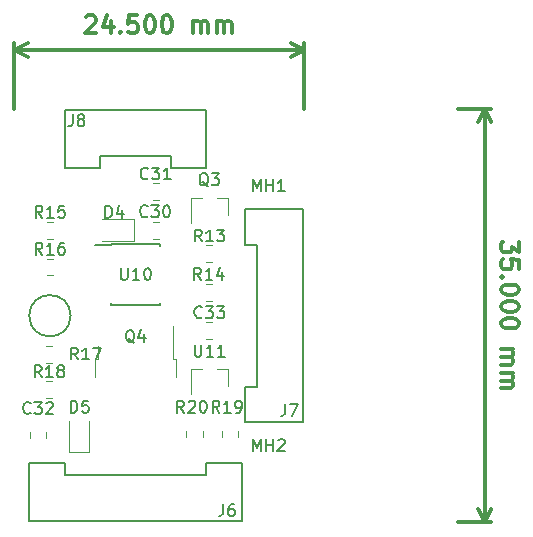
<source format=gbr>
G04 #@! TF.GenerationSoftware,KiCad,Pcbnew,(5.0.2)-1*
G04 #@! TF.CreationDate,2019-03-20T21:28:47-05:00*
G04 #@! TF.ProjectId,Contactor,436f6e74-6163-4746-9f72-2e6b69636164,rev?*
G04 #@! TF.SameCoordinates,Original*
G04 #@! TF.FileFunction,Legend,Top*
G04 #@! TF.FilePolarity,Positive*
%FSLAX46Y46*%
G04 Gerber Fmt 4.6, Leading zero omitted, Abs format (unit mm)*
G04 Created by KiCad (PCBNEW (5.0.2)-1) date 3/20/2019 9:28:47 PM*
%MOMM*%
%LPD*%
G01*
G04 APERTURE LIST*
%ADD10C,0.300000*%
%ADD11C,0.150000*%
%ADD12C,0.120000*%
G04 APERTURE END LIST*
D10*
X157285714Y-89721428D02*
X157357142Y-89650000D01*
X157500000Y-89578571D01*
X157857142Y-89578571D01*
X158000000Y-89650000D01*
X158071428Y-89721428D01*
X158142857Y-89864285D01*
X158142857Y-90007142D01*
X158071428Y-90221428D01*
X157214285Y-91078571D01*
X158142857Y-91078571D01*
X159428571Y-90078571D02*
X159428571Y-91078571D01*
X159071428Y-89507142D02*
X158714285Y-90578571D01*
X159642857Y-90578571D01*
X160214285Y-90935714D02*
X160285714Y-91007142D01*
X160214285Y-91078571D01*
X160142857Y-91007142D01*
X160214285Y-90935714D01*
X160214285Y-91078571D01*
X161642857Y-89578571D02*
X160928571Y-89578571D01*
X160857142Y-90292857D01*
X160928571Y-90221428D01*
X161071428Y-90150000D01*
X161428571Y-90150000D01*
X161571428Y-90221428D01*
X161642857Y-90292857D01*
X161714285Y-90435714D01*
X161714285Y-90792857D01*
X161642857Y-90935714D01*
X161571428Y-91007142D01*
X161428571Y-91078571D01*
X161071428Y-91078571D01*
X160928571Y-91007142D01*
X160857142Y-90935714D01*
X162642857Y-89578571D02*
X162785714Y-89578571D01*
X162928571Y-89650000D01*
X163000000Y-89721428D01*
X163071428Y-89864285D01*
X163142857Y-90150000D01*
X163142857Y-90507142D01*
X163071428Y-90792857D01*
X163000000Y-90935714D01*
X162928571Y-91007142D01*
X162785714Y-91078571D01*
X162642857Y-91078571D01*
X162500000Y-91007142D01*
X162428571Y-90935714D01*
X162357142Y-90792857D01*
X162285714Y-90507142D01*
X162285714Y-90150000D01*
X162357142Y-89864285D01*
X162428571Y-89721428D01*
X162500000Y-89650000D01*
X162642857Y-89578571D01*
X164071428Y-89578571D02*
X164214285Y-89578571D01*
X164357142Y-89650000D01*
X164428571Y-89721428D01*
X164500000Y-89864285D01*
X164571428Y-90150000D01*
X164571428Y-90507142D01*
X164500000Y-90792857D01*
X164428571Y-90935714D01*
X164357142Y-91007142D01*
X164214285Y-91078571D01*
X164071428Y-91078571D01*
X163928571Y-91007142D01*
X163857142Y-90935714D01*
X163785714Y-90792857D01*
X163714285Y-90507142D01*
X163714285Y-90150000D01*
X163785714Y-89864285D01*
X163857142Y-89721428D01*
X163928571Y-89650000D01*
X164071428Y-89578571D01*
X166357142Y-91078571D02*
X166357142Y-90078571D01*
X166357142Y-90221428D02*
X166428571Y-90150000D01*
X166571428Y-90078571D01*
X166785714Y-90078571D01*
X166928571Y-90150000D01*
X167000000Y-90292857D01*
X167000000Y-91078571D01*
X167000000Y-90292857D02*
X167071428Y-90150000D01*
X167214285Y-90078571D01*
X167428571Y-90078571D01*
X167571428Y-90150000D01*
X167642857Y-90292857D01*
X167642857Y-91078571D01*
X168357142Y-91078571D02*
X168357142Y-90078571D01*
X168357142Y-90221428D02*
X168428571Y-90150000D01*
X168571428Y-90078571D01*
X168785714Y-90078571D01*
X168928571Y-90150000D01*
X169000000Y-90292857D01*
X169000000Y-91078571D01*
X169000000Y-90292857D02*
X169071428Y-90150000D01*
X169214285Y-90078571D01*
X169428571Y-90078571D01*
X169571428Y-90150000D01*
X169642857Y-90292857D01*
X169642857Y-91078571D01*
X151250000Y-92500000D02*
X175750000Y-92500000D01*
X151250000Y-97500000D02*
X151250000Y-91913579D01*
X175750000Y-97500000D02*
X175750000Y-91913579D01*
X175750000Y-92500000D02*
X174623496Y-93086421D01*
X175750000Y-92500000D02*
X174623496Y-91913579D01*
X151250000Y-92500000D02*
X152376504Y-93086421D01*
X151250000Y-92500000D02*
X152376504Y-91913579D01*
X193967402Y-108714285D02*
X193967402Y-109642857D01*
X193395974Y-109142857D01*
X193395974Y-109357142D01*
X193324545Y-109500000D01*
X193253116Y-109571428D01*
X193110259Y-109642857D01*
X192753116Y-109642857D01*
X192610259Y-109571428D01*
X192538831Y-109500000D01*
X192467402Y-109357142D01*
X192467402Y-108928571D01*
X192538831Y-108785714D01*
X192610259Y-108714285D01*
X193967402Y-111000000D02*
X193967402Y-110285714D01*
X193253116Y-110214285D01*
X193324545Y-110285714D01*
X193395974Y-110428571D01*
X193395974Y-110785714D01*
X193324545Y-110928571D01*
X193253116Y-111000000D01*
X193110259Y-111071428D01*
X192753116Y-111071428D01*
X192610259Y-111000000D01*
X192538831Y-110928571D01*
X192467402Y-110785714D01*
X192467402Y-110428571D01*
X192538831Y-110285714D01*
X192610259Y-110214285D01*
X192610259Y-111714285D02*
X192538831Y-111785714D01*
X192467402Y-111714285D01*
X192538831Y-111642857D01*
X192610259Y-111714285D01*
X192467402Y-111714285D01*
X193967402Y-112714285D02*
X193967402Y-112857142D01*
X193895974Y-113000000D01*
X193824545Y-113071428D01*
X193681688Y-113142857D01*
X193395974Y-113214285D01*
X193038831Y-113214285D01*
X192753116Y-113142857D01*
X192610259Y-113071428D01*
X192538831Y-113000000D01*
X192467402Y-112857142D01*
X192467402Y-112714285D01*
X192538831Y-112571428D01*
X192610259Y-112500000D01*
X192753116Y-112428571D01*
X193038831Y-112357142D01*
X193395974Y-112357142D01*
X193681688Y-112428571D01*
X193824545Y-112500000D01*
X193895974Y-112571428D01*
X193967402Y-112714285D01*
X193967402Y-114142857D02*
X193967402Y-114285714D01*
X193895974Y-114428571D01*
X193824545Y-114500000D01*
X193681688Y-114571428D01*
X193395974Y-114642857D01*
X193038831Y-114642857D01*
X192753116Y-114571428D01*
X192610259Y-114500000D01*
X192538831Y-114428571D01*
X192467402Y-114285714D01*
X192467402Y-114142857D01*
X192538831Y-114000000D01*
X192610259Y-113928571D01*
X192753116Y-113857142D01*
X193038831Y-113785714D01*
X193395974Y-113785714D01*
X193681688Y-113857142D01*
X193824545Y-113928571D01*
X193895974Y-114000000D01*
X193967402Y-114142857D01*
X193967402Y-115571428D02*
X193967402Y-115714285D01*
X193895974Y-115857142D01*
X193824545Y-115928571D01*
X193681688Y-116000000D01*
X193395974Y-116071428D01*
X193038831Y-116071428D01*
X192753116Y-116000000D01*
X192610259Y-115928571D01*
X192538831Y-115857142D01*
X192467402Y-115714285D01*
X192467402Y-115571428D01*
X192538831Y-115428571D01*
X192610259Y-115357142D01*
X192753116Y-115285714D01*
X193038831Y-115214285D01*
X193395974Y-115214285D01*
X193681688Y-115285714D01*
X193824545Y-115357142D01*
X193895974Y-115428571D01*
X193967402Y-115571428D01*
X192467402Y-117857142D02*
X193467402Y-117857142D01*
X193324545Y-117857142D02*
X193395974Y-117928571D01*
X193467402Y-118071428D01*
X193467402Y-118285714D01*
X193395974Y-118428571D01*
X193253116Y-118500000D01*
X192467402Y-118500000D01*
X193253116Y-118500000D02*
X193395974Y-118571428D01*
X193467402Y-118714285D01*
X193467402Y-118928571D01*
X193395974Y-119071428D01*
X193253116Y-119142857D01*
X192467402Y-119142857D01*
X192467402Y-119857142D02*
X193467402Y-119857142D01*
X193324545Y-119857142D02*
X193395974Y-119928571D01*
X193467402Y-120071428D01*
X193467402Y-120285714D01*
X193395974Y-120428571D01*
X193253116Y-120500000D01*
X192467402Y-120500000D01*
X193253116Y-120500000D02*
X193395974Y-120571428D01*
X193467402Y-120714285D01*
X193467402Y-120928571D01*
X193395974Y-121071428D01*
X193253116Y-121142857D01*
X192467402Y-121142857D01*
X191045974Y-97500000D02*
X191045974Y-132500000D01*
X188795974Y-97500000D02*
X191632395Y-97500000D01*
X188795974Y-132500000D02*
X191632395Y-132500000D01*
X191045974Y-132500000D02*
X190459553Y-131373496D01*
X191045974Y-132500000D02*
X191632395Y-131373496D01*
X191045974Y-97500000D02*
X190459553Y-98626504D01*
X191045974Y-97500000D02*
X191632395Y-98626504D01*
D11*
G04 #@! TO.C,U10*
X159425000Y-108975000D02*
X158025000Y-108975000D01*
X159425000Y-114075000D02*
X163575000Y-114075000D01*
X159425000Y-108925000D02*
X163575000Y-108925000D01*
X159425000Y-114075000D02*
X159425000Y-113930000D01*
X163575000Y-114075000D02*
X163575000Y-113930000D01*
X163575000Y-108925000D02*
X163575000Y-109070000D01*
X159425000Y-108925000D02*
X159425000Y-108975000D01*
D12*
G04 #@! TO.C,C30*
X163521078Y-108460000D02*
X163003922Y-108460000D01*
X163521078Y-107040000D02*
X163003922Y-107040000D01*
G04 #@! TO.C,C31*
X163521078Y-103790000D02*
X163003922Y-103790000D01*
X163521078Y-105210000D02*
X163003922Y-105210000D01*
G04 #@! TO.C,C32*
X153960000Y-124853922D02*
X153960000Y-125371078D01*
X152540000Y-124853922D02*
X152540000Y-125371078D01*
G04 #@! TO.C,C33*
X168008578Y-115540000D02*
X167491422Y-115540000D01*
X168008578Y-116960000D02*
X167491422Y-116960000D01*
G04 #@! TO.C,D4*
X158687500Y-108710000D02*
X161372500Y-108710000D01*
X161372500Y-108710000D02*
X161372500Y-106790000D01*
X161372500Y-106790000D02*
X158687500Y-106790000D01*
G04 #@! TO.C,D5*
X155900000Y-126500000D02*
X157600000Y-126500000D01*
X157600000Y-126500000D02*
X157600000Y-123950000D01*
X155900000Y-126500000D02*
X155900000Y-123950000D01*
D11*
G04 #@! TO.C,J6*
X152500000Y-127500000D02*
X155500000Y-127500000D01*
X155500000Y-127500000D02*
X155500000Y-128500000D01*
X155500000Y-128500000D02*
X167500000Y-128500000D01*
X167500000Y-128500000D02*
X167500000Y-127500000D01*
X167500000Y-127500000D02*
X170500000Y-127500000D01*
X170500000Y-127500000D02*
X170500000Y-132400000D01*
X170500000Y-132400000D02*
X152500000Y-132400000D01*
X152500000Y-132400000D02*
X152500000Y-127500000D01*
D12*
G04 #@! TO.C,Q3*
X169342500Y-104990000D02*
X169342500Y-106450000D01*
X166182500Y-104990000D02*
X166182500Y-107150000D01*
X166182500Y-104990000D02*
X167112500Y-104990000D01*
X169342500Y-104990000D02*
X168412500Y-104990000D01*
G04 #@! TO.C,Q4*
X164950000Y-120180000D02*
X164950000Y-118680000D01*
X164950000Y-118680000D02*
X164680000Y-118680000D01*
X164680000Y-118680000D02*
X164680000Y-115850000D01*
X158050000Y-120180000D02*
X158050000Y-118680000D01*
X158050000Y-118680000D02*
X158320000Y-118680000D01*
X158320000Y-118680000D02*
X158320000Y-117580000D01*
G04 #@! TO.C,R13*
X167491422Y-109040000D02*
X168008578Y-109040000D01*
X167491422Y-110460000D02*
X168008578Y-110460000D01*
G04 #@! TO.C,R14*
X167946078Y-112290000D02*
X167428922Y-112290000D01*
X167946078Y-113710000D02*
X167428922Y-113710000D01*
G04 #@! TO.C,R15*
X153991422Y-107040000D02*
X154508578Y-107040000D01*
X153991422Y-108460000D02*
X154508578Y-108460000D01*
G04 #@! TO.C,R16*
X154508578Y-111580000D02*
X153991422Y-111580000D01*
X154508578Y-110160000D02*
X153991422Y-110160000D01*
G04 #@! TO.C,R17*
X154446078Y-117540000D02*
X153928922Y-117540000D01*
X154446078Y-118960000D02*
X153928922Y-118960000D01*
G04 #@! TO.C,R18*
X154446078Y-121960000D02*
X153928922Y-121960000D01*
X154446078Y-120540000D02*
X153928922Y-120540000D01*
G04 #@! TO.C,R19*
X170209202Y-125301408D02*
X170209202Y-124784252D01*
X168789202Y-125301408D02*
X168789202Y-124784252D01*
G04 #@! TO.C,R20*
X165790000Y-124784252D02*
X165790000Y-125301408D01*
X167210000Y-124784252D02*
X167210000Y-125301408D01*
D11*
G04 #@! TO.C,TP13*
X156000000Y-115000000D02*
G75*
G03X156000000Y-115000000I-1750000J0D01*
G01*
D12*
G04 #@! TO.C,U11*
X169330000Y-119490000D02*
X168400000Y-119490000D01*
X166170000Y-119490000D02*
X167100000Y-119490000D01*
X166170000Y-119490000D02*
X166170000Y-121650000D01*
X169330000Y-119490000D02*
X169330000Y-120950000D01*
D11*
G04 #@! TO.C,J7*
X175650000Y-124000000D02*
X170750000Y-124000000D01*
X175650000Y-106000000D02*
X175650000Y-124000000D01*
X170750000Y-106000000D02*
X175650000Y-106000000D01*
X170750000Y-109000000D02*
X170750000Y-106000000D01*
X171750000Y-109000000D02*
X170750000Y-109000000D01*
X171750000Y-121000000D02*
X171750000Y-109000000D01*
X170750000Y-121000000D02*
X171750000Y-121000000D01*
X170750000Y-124000000D02*
X170750000Y-121000000D01*
G04 #@! TO.C,J8*
X167500000Y-97600000D02*
X167500000Y-102500000D01*
X155500000Y-97600000D02*
X167500000Y-97600000D01*
X155500000Y-102500000D02*
X155500000Y-97600000D01*
X158500000Y-102500000D02*
X155500000Y-102500000D01*
X158500000Y-101500000D02*
X158500000Y-102500000D01*
X164500000Y-101500000D02*
X158500000Y-101500000D01*
X164500000Y-102500000D02*
X164500000Y-101500000D01*
X167500000Y-102500000D02*
X164500000Y-102500000D01*
G04 #@! TO.C,U10*
X160261904Y-110952380D02*
X160261904Y-111761904D01*
X160309523Y-111857142D01*
X160357142Y-111904761D01*
X160452380Y-111952380D01*
X160642857Y-111952380D01*
X160738095Y-111904761D01*
X160785714Y-111857142D01*
X160833333Y-111761904D01*
X160833333Y-110952380D01*
X161833333Y-111952380D02*
X161261904Y-111952380D01*
X161547619Y-111952380D02*
X161547619Y-110952380D01*
X161452380Y-111095238D01*
X161357142Y-111190476D01*
X161261904Y-111238095D01*
X162452380Y-110952380D02*
X162547619Y-110952380D01*
X162642857Y-111000000D01*
X162690476Y-111047619D01*
X162738095Y-111142857D01*
X162785714Y-111333333D01*
X162785714Y-111571428D01*
X162738095Y-111761904D01*
X162690476Y-111857142D01*
X162642857Y-111904761D01*
X162547619Y-111952380D01*
X162452380Y-111952380D01*
X162357142Y-111904761D01*
X162309523Y-111857142D01*
X162261904Y-111761904D01*
X162214285Y-111571428D01*
X162214285Y-111333333D01*
X162261904Y-111142857D01*
X162309523Y-111047619D01*
X162357142Y-111000000D01*
X162452380Y-110952380D01*
G04 #@! TO.C,C30*
X162517129Y-106552881D02*
X162469510Y-106600500D01*
X162326653Y-106648119D01*
X162231415Y-106648119D01*
X162088558Y-106600500D01*
X161993320Y-106505262D01*
X161945701Y-106410024D01*
X161898082Y-106219548D01*
X161898082Y-106076691D01*
X161945701Y-105886215D01*
X161993320Y-105790977D01*
X162088558Y-105695739D01*
X162231415Y-105648119D01*
X162326653Y-105648119D01*
X162469510Y-105695739D01*
X162517129Y-105743358D01*
X162850463Y-105648119D02*
X163469510Y-105648119D01*
X163136177Y-106029072D01*
X163279034Y-106029072D01*
X163374272Y-106076691D01*
X163421891Y-106124310D01*
X163469510Y-106219548D01*
X163469510Y-106457643D01*
X163421891Y-106552881D01*
X163374272Y-106600500D01*
X163279034Y-106648119D01*
X162993320Y-106648119D01*
X162898082Y-106600500D01*
X162850463Y-106552881D01*
X164088558Y-105648119D02*
X164183796Y-105648119D01*
X164279034Y-105695739D01*
X164326653Y-105743358D01*
X164374272Y-105838596D01*
X164421891Y-106029072D01*
X164421891Y-106267167D01*
X164374272Y-106457643D01*
X164326653Y-106552881D01*
X164279034Y-106600500D01*
X164183796Y-106648119D01*
X164088558Y-106648119D01*
X163993320Y-106600500D01*
X163945701Y-106552881D01*
X163898082Y-106457643D01*
X163850463Y-106267167D01*
X163850463Y-106029072D01*
X163898082Y-105838596D01*
X163945701Y-105743358D01*
X163993320Y-105695739D01*
X164088558Y-105648119D01*
G04 #@! TO.C,C31*
X162557142Y-103357142D02*
X162509523Y-103404761D01*
X162366666Y-103452380D01*
X162271428Y-103452380D01*
X162128571Y-103404761D01*
X162033333Y-103309523D01*
X161985714Y-103214285D01*
X161938095Y-103023809D01*
X161938095Y-102880952D01*
X161985714Y-102690476D01*
X162033333Y-102595238D01*
X162128571Y-102500000D01*
X162271428Y-102452380D01*
X162366666Y-102452380D01*
X162509523Y-102500000D01*
X162557142Y-102547619D01*
X162890476Y-102452380D02*
X163509523Y-102452380D01*
X163176190Y-102833333D01*
X163319047Y-102833333D01*
X163414285Y-102880952D01*
X163461904Y-102928571D01*
X163509523Y-103023809D01*
X163509523Y-103261904D01*
X163461904Y-103357142D01*
X163414285Y-103404761D01*
X163319047Y-103452380D01*
X163033333Y-103452380D01*
X162938095Y-103404761D01*
X162890476Y-103357142D01*
X164461904Y-103452380D02*
X163890476Y-103452380D01*
X164176190Y-103452380D02*
X164176190Y-102452380D01*
X164080952Y-102595238D01*
X163985714Y-102690476D01*
X163890476Y-102738095D01*
G04 #@! TO.C,C32*
X152607142Y-123219642D02*
X152559523Y-123267261D01*
X152416666Y-123314880D01*
X152321428Y-123314880D01*
X152178571Y-123267261D01*
X152083333Y-123172023D01*
X152035714Y-123076785D01*
X151988095Y-122886309D01*
X151988095Y-122743452D01*
X152035714Y-122552976D01*
X152083333Y-122457738D01*
X152178571Y-122362500D01*
X152321428Y-122314880D01*
X152416666Y-122314880D01*
X152559523Y-122362500D01*
X152607142Y-122410119D01*
X152940476Y-122314880D02*
X153559523Y-122314880D01*
X153226190Y-122695833D01*
X153369047Y-122695833D01*
X153464285Y-122743452D01*
X153511904Y-122791071D01*
X153559523Y-122886309D01*
X153559523Y-123124404D01*
X153511904Y-123219642D01*
X153464285Y-123267261D01*
X153369047Y-123314880D01*
X153083333Y-123314880D01*
X152988095Y-123267261D01*
X152940476Y-123219642D01*
X153940476Y-122410119D02*
X153988095Y-122362500D01*
X154083333Y-122314880D01*
X154321428Y-122314880D01*
X154416666Y-122362500D01*
X154464285Y-122410119D01*
X154511904Y-122505357D01*
X154511904Y-122600595D01*
X154464285Y-122743452D01*
X153892857Y-123314880D01*
X154511904Y-123314880D01*
G04 #@! TO.C,C33*
X167107142Y-115107142D02*
X167059523Y-115154761D01*
X166916666Y-115202380D01*
X166821428Y-115202380D01*
X166678571Y-115154761D01*
X166583333Y-115059523D01*
X166535714Y-114964285D01*
X166488095Y-114773809D01*
X166488095Y-114630952D01*
X166535714Y-114440476D01*
X166583333Y-114345238D01*
X166678571Y-114250000D01*
X166821428Y-114202380D01*
X166916666Y-114202380D01*
X167059523Y-114250000D01*
X167107142Y-114297619D01*
X167440476Y-114202380D02*
X168059523Y-114202380D01*
X167726190Y-114583333D01*
X167869047Y-114583333D01*
X167964285Y-114630952D01*
X168011904Y-114678571D01*
X168059523Y-114773809D01*
X168059523Y-115011904D01*
X168011904Y-115107142D01*
X167964285Y-115154761D01*
X167869047Y-115202380D01*
X167583333Y-115202380D01*
X167488095Y-115154761D01*
X167440476Y-115107142D01*
X168392857Y-114202380D02*
X169011904Y-114202380D01*
X168678571Y-114583333D01*
X168821428Y-114583333D01*
X168916666Y-114630952D01*
X168964285Y-114678571D01*
X169011904Y-114773809D01*
X169011904Y-115011904D01*
X168964285Y-115107142D01*
X168916666Y-115154761D01*
X168821428Y-115202380D01*
X168535714Y-115202380D01*
X168440476Y-115154761D01*
X168392857Y-115107142D01*
G04 #@! TO.C,D4*
X158949404Y-106702380D02*
X158949404Y-105702380D01*
X159187500Y-105702380D01*
X159330357Y-105750000D01*
X159425595Y-105845238D01*
X159473214Y-105940476D01*
X159520833Y-106130952D01*
X159520833Y-106273809D01*
X159473214Y-106464285D01*
X159425595Y-106559523D01*
X159330357Y-106654761D01*
X159187500Y-106702380D01*
X158949404Y-106702380D01*
X160377976Y-106035714D02*
X160377976Y-106702380D01*
X160139880Y-105654761D02*
X159901785Y-106369047D01*
X160520833Y-106369047D01*
G04 #@! TO.C,D5*
X156011904Y-123202380D02*
X156011904Y-122202380D01*
X156250000Y-122202380D01*
X156392857Y-122250000D01*
X156488095Y-122345238D01*
X156535714Y-122440476D01*
X156583333Y-122630952D01*
X156583333Y-122773809D01*
X156535714Y-122964285D01*
X156488095Y-123059523D01*
X156392857Y-123154761D01*
X156250000Y-123202380D01*
X156011904Y-123202380D01*
X157488095Y-122202380D02*
X157011904Y-122202380D01*
X156964285Y-122678571D01*
X157011904Y-122630952D01*
X157107142Y-122583333D01*
X157345238Y-122583333D01*
X157440476Y-122630952D01*
X157488095Y-122678571D01*
X157535714Y-122773809D01*
X157535714Y-123011904D01*
X157488095Y-123107142D01*
X157440476Y-123154761D01*
X157345238Y-123202380D01*
X157107142Y-123202380D01*
X157011904Y-123154761D01*
X156964285Y-123107142D01*
G04 #@! TO.C,J6*
X168916666Y-130952380D02*
X168916666Y-131666666D01*
X168869047Y-131809523D01*
X168773809Y-131904761D01*
X168630952Y-131952380D01*
X168535714Y-131952380D01*
X169821428Y-130952380D02*
X169630952Y-130952380D01*
X169535714Y-131000000D01*
X169488095Y-131047619D01*
X169392857Y-131190476D01*
X169345238Y-131380952D01*
X169345238Y-131761904D01*
X169392857Y-131857142D01*
X169440476Y-131904761D01*
X169535714Y-131952380D01*
X169726190Y-131952380D01*
X169821428Y-131904761D01*
X169869047Y-131857142D01*
X169916666Y-131761904D01*
X169916666Y-131523809D01*
X169869047Y-131428571D01*
X169821428Y-131380952D01*
X169726190Y-131333333D01*
X169535714Y-131333333D01*
X169440476Y-131380952D01*
X169392857Y-131428571D01*
X169345238Y-131523809D01*
G04 #@! TO.C,Q3*
X167654761Y-104047619D02*
X167559523Y-104000000D01*
X167464285Y-103904761D01*
X167321428Y-103761904D01*
X167226190Y-103714285D01*
X167130952Y-103714285D01*
X167178571Y-103952380D02*
X167083333Y-103904761D01*
X166988095Y-103809523D01*
X166940476Y-103619047D01*
X166940476Y-103285714D01*
X166988095Y-103095238D01*
X167083333Y-103000000D01*
X167178571Y-102952380D01*
X167369047Y-102952380D01*
X167464285Y-103000000D01*
X167559523Y-103095238D01*
X167607142Y-103285714D01*
X167607142Y-103619047D01*
X167559523Y-103809523D01*
X167464285Y-103904761D01*
X167369047Y-103952380D01*
X167178571Y-103952380D01*
X167940476Y-102952380D02*
X168559523Y-102952380D01*
X168226190Y-103333333D01*
X168369047Y-103333333D01*
X168464285Y-103380952D01*
X168511904Y-103428571D01*
X168559523Y-103523809D01*
X168559523Y-103761904D01*
X168511904Y-103857142D01*
X168464285Y-103904761D01*
X168369047Y-103952380D01*
X168083333Y-103952380D01*
X167988095Y-103904761D01*
X167940476Y-103857142D01*
G04 #@! TO.C,Q4*
X161404761Y-117297619D02*
X161309523Y-117250000D01*
X161214285Y-117154761D01*
X161071428Y-117011904D01*
X160976190Y-116964285D01*
X160880952Y-116964285D01*
X160928571Y-117202380D02*
X160833333Y-117154761D01*
X160738095Y-117059523D01*
X160690476Y-116869047D01*
X160690476Y-116535714D01*
X160738095Y-116345238D01*
X160833333Y-116250000D01*
X160928571Y-116202380D01*
X161119047Y-116202380D01*
X161214285Y-116250000D01*
X161309523Y-116345238D01*
X161357142Y-116535714D01*
X161357142Y-116869047D01*
X161309523Y-117059523D01*
X161214285Y-117154761D01*
X161119047Y-117202380D01*
X160928571Y-117202380D01*
X162214285Y-116535714D02*
X162214285Y-117202380D01*
X161976190Y-116154761D02*
X161738095Y-116869047D01*
X162357142Y-116869047D01*
G04 #@! TO.C,R13*
X167107142Y-108702380D02*
X166773809Y-108226190D01*
X166535714Y-108702380D02*
X166535714Y-107702380D01*
X166916666Y-107702380D01*
X167011904Y-107750000D01*
X167059523Y-107797619D01*
X167107142Y-107892857D01*
X167107142Y-108035714D01*
X167059523Y-108130952D01*
X167011904Y-108178571D01*
X166916666Y-108226190D01*
X166535714Y-108226190D01*
X168059523Y-108702380D02*
X167488095Y-108702380D01*
X167773809Y-108702380D02*
X167773809Y-107702380D01*
X167678571Y-107845238D01*
X167583333Y-107940476D01*
X167488095Y-107988095D01*
X168392857Y-107702380D02*
X169011904Y-107702380D01*
X168678571Y-108083333D01*
X168821428Y-108083333D01*
X168916666Y-108130952D01*
X168964285Y-108178571D01*
X169011904Y-108273809D01*
X169011904Y-108511904D01*
X168964285Y-108607142D01*
X168916666Y-108654761D01*
X168821428Y-108702380D01*
X168535714Y-108702380D01*
X168440476Y-108654761D01*
X168392857Y-108607142D01*
G04 #@! TO.C,R14*
X167044642Y-111952380D02*
X166711309Y-111476190D01*
X166473214Y-111952380D02*
X166473214Y-110952380D01*
X166854166Y-110952380D01*
X166949404Y-111000000D01*
X166997023Y-111047619D01*
X167044642Y-111142857D01*
X167044642Y-111285714D01*
X166997023Y-111380952D01*
X166949404Y-111428571D01*
X166854166Y-111476190D01*
X166473214Y-111476190D01*
X167997023Y-111952380D02*
X167425595Y-111952380D01*
X167711309Y-111952380D02*
X167711309Y-110952380D01*
X167616071Y-111095238D01*
X167520833Y-111190476D01*
X167425595Y-111238095D01*
X168854166Y-111285714D02*
X168854166Y-111952380D01*
X168616071Y-110904761D02*
X168377976Y-111619047D01*
X168997023Y-111619047D01*
G04 #@! TO.C,R15*
X153607142Y-106702380D02*
X153273809Y-106226190D01*
X153035714Y-106702380D02*
X153035714Y-105702380D01*
X153416666Y-105702380D01*
X153511904Y-105750000D01*
X153559523Y-105797619D01*
X153607142Y-105892857D01*
X153607142Y-106035714D01*
X153559523Y-106130952D01*
X153511904Y-106178571D01*
X153416666Y-106226190D01*
X153035714Y-106226190D01*
X154559523Y-106702380D02*
X153988095Y-106702380D01*
X154273809Y-106702380D02*
X154273809Y-105702380D01*
X154178571Y-105845238D01*
X154083333Y-105940476D01*
X153988095Y-105988095D01*
X155464285Y-105702380D02*
X154988095Y-105702380D01*
X154940476Y-106178571D01*
X154988095Y-106130952D01*
X155083333Y-106083333D01*
X155321428Y-106083333D01*
X155416666Y-106130952D01*
X155464285Y-106178571D01*
X155511904Y-106273809D01*
X155511904Y-106511904D01*
X155464285Y-106607142D01*
X155416666Y-106654761D01*
X155321428Y-106702380D01*
X155083333Y-106702380D01*
X154988095Y-106654761D01*
X154940476Y-106607142D01*
G04 #@! TO.C,R16*
X153607142Y-109822380D02*
X153273809Y-109346190D01*
X153035714Y-109822380D02*
X153035714Y-108822380D01*
X153416666Y-108822380D01*
X153511904Y-108870000D01*
X153559523Y-108917619D01*
X153607142Y-109012857D01*
X153607142Y-109155714D01*
X153559523Y-109250952D01*
X153511904Y-109298571D01*
X153416666Y-109346190D01*
X153035714Y-109346190D01*
X154559523Y-109822380D02*
X153988095Y-109822380D01*
X154273809Y-109822380D02*
X154273809Y-108822380D01*
X154178571Y-108965238D01*
X154083333Y-109060476D01*
X153988095Y-109108095D01*
X155416666Y-108822380D02*
X155226190Y-108822380D01*
X155130952Y-108870000D01*
X155083333Y-108917619D01*
X154988095Y-109060476D01*
X154940476Y-109250952D01*
X154940476Y-109631904D01*
X154988095Y-109727142D01*
X155035714Y-109774761D01*
X155130952Y-109822380D01*
X155321428Y-109822380D01*
X155416666Y-109774761D01*
X155464285Y-109727142D01*
X155511904Y-109631904D01*
X155511904Y-109393809D01*
X155464285Y-109298571D01*
X155416666Y-109250952D01*
X155321428Y-109203333D01*
X155130952Y-109203333D01*
X155035714Y-109250952D01*
X154988095Y-109298571D01*
X154940476Y-109393809D01*
G04 #@! TO.C,R17*
X156607142Y-118702380D02*
X156273809Y-118226190D01*
X156035714Y-118702380D02*
X156035714Y-117702380D01*
X156416666Y-117702380D01*
X156511904Y-117750000D01*
X156559523Y-117797619D01*
X156607142Y-117892857D01*
X156607142Y-118035714D01*
X156559523Y-118130952D01*
X156511904Y-118178571D01*
X156416666Y-118226190D01*
X156035714Y-118226190D01*
X157559523Y-118702380D02*
X156988095Y-118702380D01*
X157273809Y-118702380D02*
X157273809Y-117702380D01*
X157178571Y-117845238D01*
X157083333Y-117940476D01*
X156988095Y-117988095D01*
X157892857Y-117702380D02*
X158559523Y-117702380D01*
X158130952Y-118702380D01*
G04 #@! TO.C,R18*
X153544642Y-120202380D02*
X153211309Y-119726190D01*
X152973214Y-120202380D02*
X152973214Y-119202380D01*
X153354166Y-119202380D01*
X153449404Y-119250000D01*
X153497023Y-119297619D01*
X153544642Y-119392857D01*
X153544642Y-119535714D01*
X153497023Y-119630952D01*
X153449404Y-119678571D01*
X153354166Y-119726190D01*
X152973214Y-119726190D01*
X154497023Y-120202380D02*
X153925595Y-120202380D01*
X154211309Y-120202380D02*
X154211309Y-119202380D01*
X154116071Y-119345238D01*
X154020833Y-119440476D01*
X153925595Y-119488095D01*
X155068452Y-119630952D02*
X154973214Y-119583333D01*
X154925595Y-119535714D01*
X154877976Y-119440476D01*
X154877976Y-119392857D01*
X154925595Y-119297619D01*
X154973214Y-119250000D01*
X155068452Y-119202380D01*
X155258928Y-119202380D01*
X155354166Y-119250000D01*
X155401785Y-119297619D01*
X155449404Y-119392857D01*
X155449404Y-119440476D01*
X155401785Y-119535714D01*
X155354166Y-119583333D01*
X155258928Y-119630952D01*
X155068452Y-119630952D01*
X154973214Y-119678571D01*
X154925595Y-119726190D01*
X154877976Y-119821428D01*
X154877976Y-120011904D01*
X154925595Y-120107142D01*
X154973214Y-120154761D01*
X155068452Y-120202380D01*
X155258928Y-120202380D01*
X155354166Y-120154761D01*
X155401785Y-120107142D01*
X155449404Y-120011904D01*
X155449404Y-119821428D01*
X155401785Y-119726190D01*
X155354166Y-119678571D01*
X155258928Y-119630952D01*
G04 #@! TO.C,R19*
X168607142Y-123202380D02*
X168273809Y-122726190D01*
X168035714Y-123202380D02*
X168035714Y-122202380D01*
X168416666Y-122202380D01*
X168511904Y-122250000D01*
X168559523Y-122297619D01*
X168607142Y-122392857D01*
X168607142Y-122535714D01*
X168559523Y-122630952D01*
X168511904Y-122678571D01*
X168416666Y-122726190D01*
X168035714Y-122726190D01*
X169559523Y-123202380D02*
X168988095Y-123202380D01*
X169273809Y-123202380D02*
X169273809Y-122202380D01*
X169178571Y-122345238D01*
X169083333Y-122440476D01*
X168988095Y-122488095D01*
X170035714Y-123202380D02*
X170226190Y-123202380D01*
X170321428Y-123154761D01*
X170369047Y-123107142D01*
X170464285Y-122964285D01*
X170511904Y-122773809D01*
X170511904Y-122392857D01*
X170464285Y-122297619D01*
X170416666Y-122250000D01*
X170321428Y-122202380D01*
X170130952Y-122202380D01*
X170035714Y-122250000D01*
X169988095Y-122297619D01*
X169940476Y-122392857D01*
X169940476Y-122630952D01*
X169988095Y-122726190D01*
X170035714Y-122773809D01*
X170130952Y-122821428D01*
X170321428Y-122821428D01*
X170416666Y-122773809D01*
X170464285Y-122726190D01*
X170511904Y-122630952D01*
G04 #@! TO.C,R20*
X165607142Y-123202380D02*
X165273809Y-122726190D01*
X165035714Y-123202380D02*
X165035714Y-122202380D01*
X165416666Y-122202380D01*
X165511904Y-122250000D01*
X165559523Y-122297619D01*
X165607142Y-122392857D01*
X165607142Y-122535714D01*
X165559523Y-122630952D01*
X165511904Y-122678571D01*
X165416666Y-122726190D01*
X165035714Y-122726190D01*
X165988095Y-122297619D02*
X166035714Y-122250000D01*
X166130952Y-122202380D01*
X166369047Y-122202380D01*
X166464285Y-122250000D01*
X166511904Y-122297619D01*
X166559523Y-122392857D01*
X166559523Y-122488095D01*
X166511904Y-122630952D01*
X165940476Y-123202380D01*
X166559523Y-123202380D01*
X167178571Y-122202380D02*
X167273809Y-122202380D01*
X167369047Y-122250000D01*
X167416666Y-122297619D01*
X167464285Y-122392857D01*
X167511904Y-122583333D01*
X167511904Y-122821428D01*
X167464285Y-123011904D01*
X167416666Y-123107142D01*
X167369047Y-123154761D01*
X167273809Y-123202380D01*
X167178571Y-123202380D01*
X167083333Y-123154761D01*
X167035714Y-123107142D01*
X166988095Y-123011904D01*
X166940476Y-122821428D01*
X166940476Y-122583333D01*
X166988095Y-122392857D01*
X167035714Y-122297619D01*
X167083333Y-122250000D01*
X167178571Y-122202380D01*
G04 #@! TO.C,U11*
X166511904Y-117452380D02*
X166511904Y-118261904D01*
X166559523Y-118357142D01*
X166607142Y-118404761D01*
X166702380Y-118452380D01*
X166892857Y-118452380D01*
X166988095Y-118404761D01*
X167035714Y-118357142D01*
X167083333Y-118261904D01*
X167083333Y-117452380D01*
X168083333Y-118452380D02*
X167511904Y-118452380D01*
X167797619Y-118452380D02*
X167797619Y-117452380D01*
X167702380Y-117595238D01*
X167607142Y-117690476D01*
X167511904Y-117738095D01*
X169035714Y-118452380D02*
X168464285Y-118452380D01*
X168750000Y-118452380D02*
X168750000Y-117452380D01*
X168654761Y-117595238D01*
X168559523Y-117690476D01*
X168464285Y-117738095D01*
G04 #@! TO.C,J7*
X174166666Y-122452380D02*
X174166666Y-123166666D01*
X174119047Y-123309523D01*
X174023809Y-123404761D01*
X173880952Y-123452380D01*
X173785714Y-123452380D01*
X174547619Y-122452380D02*
X175214285Y-122452380D01*
X174785714Y-123452380D01*
G04 #@! TO.C,J8*
X156166666Y-97952380D02*
X156166666Y-98666666D01*
X156119047Y-98809523D01*
X156023809Y-98904761D01*
X155880952Y-98952380D01*
X155785714Y-98952380D01*
X156785714Y-98380952D02*
X156690476Y-98333333D01*
X156642857Y-98285714D01*
X156595238Y-98190476D01*
X156595238Y-98142857D01*
X156642857Y-98047619D01*
X156690476Y-98000000D01*
X156785714Y-97952380D01*
X156976190Y-97952380D01*
X157071428Y-98000000D01*
X157119047Y-98047619D01*
X157166666Y-98142857D01*
X157166666Y-98190476D01*
X157119047Y-98285714D01*
X157071428Y-98333333D01*
X156976190Y-98380952D01*
X156785714Y-98380952D01*
X156690476Y-98428571D01*
X156642857Y-98476190D01*
X156595238Y-98571428D01*
X156595238Y-98761904D01*
X156642857Y-98857142D01*
X156690476Y-98904761D01*
X156785714Y-98952380D01*
X156976190Y-98952380D01*
X157071428Y-98904761D01*
X157119047Y-98857142D01*
X157166666Y-98761904D01*
X157166666Y-98571428D01*
X157119047Y-98476190D01*
X157071428Y-98428571D01*
X156976190Y-98380952D01*
G04 #@! TO.C,MH1*
X171416666Y-104452380D02*
X171416666Y-103452380D01*
X171750000Y-104166666D01*
X172083333Y-103452380D01*
X172083333Y-104452380D01*
X172559523Y-104452380D02*
X172559523Y-103452380D01*
X172559523Y-103928571D02*
X173130952Y-103928571D01*
X173130952Y-104452380D02*
X173130952Y-103452380D01*
X174130952Y-104452380D02*
X173559523Y-104452380D01*
X173845238Y-104452380D02*
X173845238Y-103452380D01*
X173750000Y-103595238D01*
X173654761Y-103690476D01*
X173559523Y-103738095D01*
G04 #@! TO.C,MH2*
X171416666Y-126452380D02*
X171416666Y-125452380D01*
X171750000Y-126166666D01*
X172083333Y-125452380D01*
X172083333Y-126452380D01*
X172559523Y-126452380D02*
X172559523Y-125452380D01*
X172559523Y-125928571D02*
X173130952Y-125928571D01*
X173130952Y-126452380D02*
X173130952Y-125452380D01*
X173559523Y-125547619D02*
X173607142Y-125500000D01*
X173702380Y-125452380D01*
X173940476Y-125452380D01*
X174035714Y-125500000D01*
X174083333Y-125547619D01*
X174130952Y-125642857D01*
X174130952Y-125738095D01*
X174083333Y-125880952D01*
X173511904Y-126452380D01*
X174130952Y-126452380D01*
G04 #@! TD*
M02*

</source>
